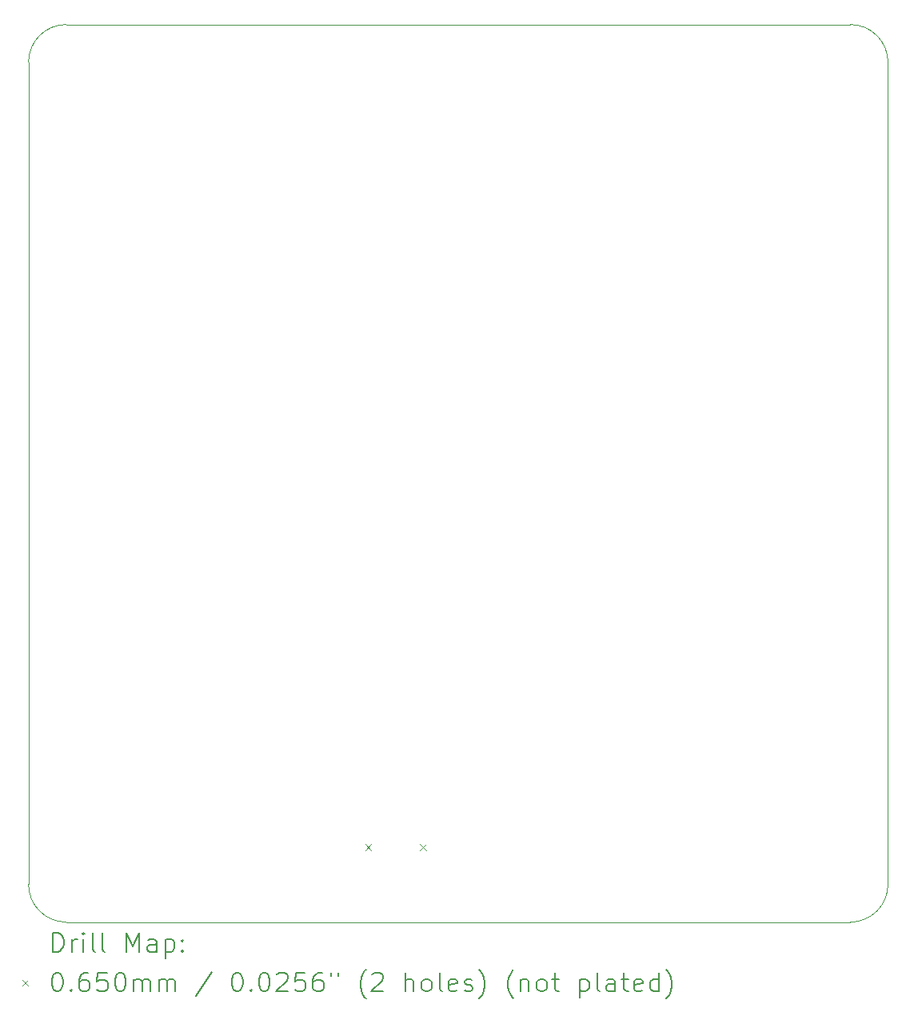
<source format=gbr>
%TF.GenerationSoftware,KiCad,Pcbnew,9.0.4-9.0.4-0~ubuntu24.04.1*%
%TF.CreationDate,2025-09-21T15:36:17+02:00*%
%TF.ProjectId,CarteMere,43617274-654d-4657-9265-2e6b69636164,rev?*%
%TF.SameCoordinates,Original*%
%TF.FileFunction,Drillmap*%
%TF.FilePolarity,Positive*%
%FSLAX45Y45*%
G04 Gerber Fmt 4.5, Leading zero omitted, Abs format (unit mm)*
G04 Created by KiCad (PCBNEW 9.0.4-9.0.4-0~ubuntu24.04.1) date 2025-09-21 15:36:17*
%MOMM*%
%LPD*%
G01*
G04 APERTURE LIST*
%ADD10C,0.050000*%
%ADD11C,0.200000*%
%ADD12C,0.100000*%
G04 APERTURE END LIST*
D10*
X18010000Y-5000000D02*
G75*
G02*
X18410000Y-5400000I0J-400000D01*
G01*
X9710000Y-14500000D02*
G75*
G02*
X9310000Y-14100000I0J400000D01*
G01*
X9710000Y-14500000D02*
X18010000Y-14500000D01*
X9310000Y-5400000D02*
G75*
G02*
X9710000Y-5000000I400000J0D01*
G01*
X18410000Y-14100000D02*
X18410000Y-5400000D01*
X18410000Y-14100000D02*
G75*
G02*
X18010000Y-14500000I-400000J0D01*
G01*
X9310000Y-5400000D02*
X9310000Y-14100000D01*
X18010000Y-5000000D02*
X9710000Y-5000000D01*
D11*
D12*
X12875500Y-13672500D02*
X12940500Y-13737500D01*
X12940500Y-13672500D02*
X12875500Y-13737500D01*
X13453500Y-13672500D02*
X13518500Y-13737500D01*
X13518500Y-13672500D02*
X13453500Y-13737500D01*
D11*
X9568277Y-14813984D02*
X9568277Y-14613984D01*
X9568277Y-14613984D02*
X9615896Y-14613984D01*
X9615896Y-14613984D02*
X9644467Y-14623508D01*
X9644467Y-14623508D02*
X9663515Y-14642555D01*
X9663515Y-14642555D02*
X9673039Y-14661603D01*
X9673039Y-14661603D02*
X9682563Y-14699698D01*
X9682563Y-14699698D02*
X9682563Y-14728269D01*
X9682563Y-14728269D02*
X9673039Y-14766365D01*
X9673039Y-14766365D02*
X9663515Y-14785412D01*
X9663515Y-14785412D02*
X9644467Y-14804460D01*
X9644467Y-14804460D02*
X9615896Y-14813984D01*
X9615896Y-14813984D02*
X9568277Y-14813984D01*
X9768277Y-14813984D02*
X9768277Y-14680650D01*
X9768277Y-14718746D02*
X9777801Y-14699698D01*
X9777801Y-14699698D02*
X9787324Y-14690174D01*
X9787324Y-14690174D02*
X9806372Y-14680650D01*
X9806372Y-14680650D02*
X9825420Y-14680650D01*
X9892086Y-14813984D02*
X9892086Y-14680650D01*
X9892086Y-14613984D02*
X9882563Y-14623508D01*
X9882563Y-14623508D02*
X9892086Y-14633031D01*
X9892086Y-14633031D02*
X9901610Y-14623508D01*
X9901610Y-14623508D02*
X9892086Y-14613984D01*
X9892086Y-14613984D02*
X9892086Y-14633031D01*
X10015896Y-14813984D02*
X9996848Y-14804460D01*
X9996848Y-14804460D02*
X9987324Y-14785412D01*
X9987324Y-14785412D02*
X9987324Y-14613984D01*
X10120658Y-14813984D02*
X10101610Y-14804460D01*
X10101610Y-14804460D02*
X10092086Y-14785412D01*
X10092086Y-14785412D02*
X10092086Y-14613984D01*
X10349229Y-14813984D02*
X10349229Y-14613984D01*
X10349229Y-14613984D02*
X10415896Y-14756841D01*
X10415896Y-14756841D02*
X10482563Y-14613984D01*
X10482563Y-14613984D02*
X10482563Y-14813984D01*
X10663515Y-14813984D02*
X10663515Y-14709222D01*
X10663515Y-14709222D02*
X10653991Y-14690174D01*
X10653991Y-14690174D02*
X10634944Y-14680650D01*
X10634944Y-14680650D02*
X10596848Y-14680650D01*
X10596848Y-14680650D02*
X10577801Y-14690174D01*
X10663515Y-14804460D02*
X10644467Y-14813984D01*
X10644467Y-14813984D02*
X10596848Y-14813984D01*
X10596848Y-14813984D02*
X10577801Y-14804460D01*
X10577801Y-14804460D02*
X10568277Y-14785412D01*
X10568277Y-14785412D02*
X10568277Y-14766365D01*
X10568277Y-14766365D02*
X10577801Y-14747317D01*
X10577801Y-14747317D02*
X10596848Y-14737793D01*
X10596848Y-14737793D02*
X10644467Y-14737793D01*
X10644467Y-14737793D02*
X10663515Y-14728269D01*
X10758753Y-14680650D02*
X10758753Y-14880650D01*
X10758753Y-14690174D02*
X10777801Y-14680650D01*
X10777801Y-14680650D02*
X10815896Y-14680650D01*
X10815896Y-14680650D02*
X10834944Y-14690174D01*
X10834944Y-14690174D02*
X10844467Y-14699698D01*
X10844467Y-14699698D02*
X10853991Y-14718746D01*
X10853991Y-14718746D02*
X10853991Y-14775888D01*
X10853991Y-14775888D02*
X10844467Y-14794936D01*
X10844467Y-14794936D02*
X10834944Y-14804460D01*
X10834944Y-14804460D02*
X10815896Y-14813984D01*
X10815896Y-14813984D02*
X10777801Y-14813984D01*
X10777801Y-14813984D02*
X10758753Y-14804460D01*
X10939705Y-14794936D02*
X10949229Y-14804460D01*
X10949229Y-14804460D02*
X10939705Y-14813984D01*
X10939705Y-14813984D02*
X10930182Y-14804460D01*
X10930182Y-14804460D02*
X10939705Y-14794936D01*
X10939705Y-14794936D02*
X10939705Y-14813984D01*
X10939705Y-14690174D02*
X10949229Y-14699698D01*
X10949229Y-14699698D02*
X10939705Y-14709222D01*
X10939705Y-14709222D02*
X10930182Y-14699698D01*
X10930182Y-14699698D02*
X10939705Y-14690174D01*
X10939705Y-14690174D02*
X10939705Y-14709222D01*
D12*
X9242500Y-15110000D02*
X9307500Y-15175000D01*
X9307500Y-15110000D02*
X9242500Y-15175000D01*
D11*
X9606372Y-15033984D02*
X9625420Y-15033984D01*
X9625420Y-15033984D02*
X9644467Y-15043508D01*
X9644467Y-15043508D02*
X9653991Y-15053031D01*
X9653991Y-15053031D02*
X9663515Y-15072079D01*
X9663515Y-15072079D02*
X9673039Y-15110174D01*
X9673039Y-15110174D02*
X9673039Y-15157793D01*
X9673039Y-15157793D02*
X9663515Y-15195888D01*
X9663515Y-15195888D02*
X9653991Y-15214936D01*
X9653991Y-15214936D02*
X9644467Y-15224460D01*
X9644467Y-15224460D02*
X9625420Y-15233984D01*
X9625420Y-15233984D02*
X9606372Y-15233984D01*
X9606372Y-15233984D02*
X9587324Y-15224460D01*
X9587324Y-15224460D02*
X9577801Y-15214936D01*
X9577801Y-15214936D02*
X9568277Y-15195888D01*
X9568277Y-15195888D02*
X9558753Y-15157793D01*
X9558753Y-15157793D02*
X9558753Y-15110174D01*
X9558753Y-15110174D02*
X9568277Y-15072079D01*
X9568277Y-15072079D02*
X9577801Y-15053031D01*
X9577801Y-15053031D02*
X9587324Y-15043508D01*
X9587324Y-15043508D02*
X9606372Y-15033984D01*
X9758753Y-15214936D02*
X9768277Y-15224460D01*
X9768277Y-15224460D02*
X9758753Y-15233984D01*
X9758753Y-15233984D02*
X9749229Y-15224460D01*
X9749229Y-15224460D02*
X9758753Y-15214936D01*
X9758753Y-15214936D02*
X9758753Y-15233984D01*
X9939705Y-15033984D02*
X9901610Y-15033984D01*
X9901610Y-15033984D02*
X9882563Y-15043508D01*
X9882563Y-15043508D02*
X9873039Y-15053031D01*
X9873039Y-15053031D02*
X9853991Y-15081603D01*
X9853991Y-15081603D02*
X9844467Y-15119698D01*
X9844467Y-15119698D02*
X9844467Y-15195888D01*
X9844467Y-15195888D02*
X9853991Y-15214936D01*
X9853991Y-15214936D02*
X9863515Y-15224460D01*
X9863515Y-15224460D02*
X9882563Y-15233984D01*
X9882563Y-15233984D02*
X9920658Y-15233984D01*
X9920658Y-15233984D02*
X9939705Y-15224460D01*
X9939705Y-15224460D02*
X9949229Y-15214936D01*
X9949229Y-15214936D02*
X9958753Y-15195888D01*
X9958753Y-15195888D02*
X9958753Y-15148269D01*
X9958753Y-15148269D02*
X9949229Y-15129222D01*
X9949229Y-15129222D02*
X9939705Y-15119698D01*
X9939705Y-15119698D02*
X9920658Y-15110174D01*
X9920658Y-15110174D02*
X9882563Y-15110174D01*
X9882563Y-15110174D02*
X9863515Y-15119698D01*
X9863515Y-15119698D02*
X9853991Y-15129222D01*
X9853991Y-15129222D02*
X9844467Y-15148269D01*
X10139705Y-15033984D02*
X10044467Y-15033984D01*
X10044467Y-15033984D02*
X10034944Y-15129222D01*
X10034944Y-15129222D02*
X10044467Y-15119698D01*
X10044467Y-15119698D02*
X10063515Y-15110174D01*
X10063515Y-15110174D02*
X10111134Y-15110174D01*
X10111134Y-15110174D02*
X10130182Y-15119698D01*
X10130182Y-15119698D02*
X10139705Y-15129222D01*
X10139705Y-15129222D02*
X10149229Y-15148269D01*
X10149229Y-15148269D02*
X10149229Y-15195888D01*
X10149229Y-15195888D02*
X10139705Y-15214936D01*
X10139705Y-15214936D02*
X10130182Y-15224460D01*
X10130182Y-15224460D02*
X10111134Y-15233984D01*
X10111134Y-15233984D02*
X10063515Y-15233984D01*
X10063515Y-15233984D02*
X10044467Y-15224460D01*
X10044467Y-15224460D02*
X10034944Y-15214936D01*
X10273039Y-15033984D02*
X10292086Y-15033984D01*
X10292086Y-15033984D02*
X10311134Y-15043508D01*
X10311134Y-15043508D02*
X10320658Y-15053031D01*
X10320658Y-15053031D02*
X10330182Y-15072079D01*
X10330182Y-15072079D02*
X10339705Y-15110174D01*
X10339705Y-15110174D02*
X10339705Y-15157793D01*
X10339705Y-15157793D02*
X10330182Y-15195888D01*
X10330182Y-15195888D02*
X10320658Y-15214936D01*
X10320658Y-15214936D02*
X10311134Y-15224460D01*
X10311134Y-15224460D02*
X10292086Y-15233984D01*
X10292086Y-15233984D02*
X10273039Y-15233984D01*
X10273039Y-15233984D02*
X10253991Y-15224460D01*
X10253991Y-15224460D02*
X10244467Y-15214936D01*
X10244467Y-15214936D02*
X10234944Y-15195888D01*
X10234944Y-15195888D02*
X10225420Y-15157793D01*
X10225420Y-15157793D02*
X10225420Y-15110174D01*
X10225420Y-15110174D02*
X10234944Y-15072079D01*
X10234944Y-15072079D02*
X10244467Y-15053031D01*
X10244467Y-15053031D02*
X10253991Y-15043508D01*
X10253991Y-15043508D02*
X10273039Y-15033984D01*
X10425420Y-15233984D02*
X10425420Y-15100650D01*
X10425420Y-15119698D02*
X10434944Y-15110174D01*
X10434944Y-15110174D02*
X10453991Y-15100650D01*
X10453991Y-15100650D02*
X10482563Y-15100650D01*
X10482563Y-15100650D02*
X10501610Y-15110174D01*
X10501610Y-15110174D02*
X10511134Y-15129222D01*
X10511134Y-15129222D02*
X10511134Y-15233984D01*
X10511134Y-15129222D02*
X10520658Y-15110174D01*
X10520658Y-15110174D02*
X10539705Y-15100650D01*
X10539705Y-15100650D02*
X10568277Y-15100650D01*
X10568277Y-15100650D02*
X10587325Y-15110174D01*
X10587325Y-15110174D02*
X10596848Y-15129222D01*
X10596848Y-15129222D02*
X10596848Y-15233984D01*
X10692086Y-15233984D02*
X10692086Y-15100650D01*
X10692086Y-15119698D02*
X10701610Y-15110174D01*
X10701610Y-15110174D02*
X10720658Y-15100650D01*
X10720658Y-15100650D02*
X10749229Y-15100650D01*
X10749229Y-15100650D02*
X10768277Y-15110174D01*
X10768277Y-15110174D02*
X10777801Y-15129222D01*
X10777801Y-15129222D02*
X10777801Y-15233984D01*
X10777801Y-15129222D02*
X10787325Y-15110174D01*
X10787325Y-15110174D02*
X10806372Y-15100650D01*
X10806372Y-15100650D02*
X10834944Y-15100650D01*
X10834944Y-15100650D02*
X10853991Y-15110174D01*
X10853991Y-15110174D02*
X10863515Y-15129222D01*
X10863515Y-15129222D02*
X10863515Y-15233984D01*
X11253991Y-15024460D02*
X11082563Y-15281603D01*
X11511134Y-15033984D02*
X11530182Y-15033984D01*
X11530182Y-15033984D02*
X11549229Y-15043508D01*
X11549229Y-15043508D02*
X11558753Y-15053031D01*
X11558753Y-15053031D02*
X11568277Y-15072079D01*
X11568277Y-15072079D02*
X11577801Y-15110174D01*
X11577801Y-15110174D02*
X11577801Y-15157793D01*
X11577801Y-15157793D02*
X11568277Y-15195888D01*
X11568277Y-15195888D02*
X11558753Y-15214936D01*
X11558753Y-15214936D02*
X11549229Y-15224460D01*
X11549229Y-15224460D02*
X11530182Y-15233984D01*
X11530182Y-15233984D02*
X11511134Y-15233984D01*
X11511134Y-15233984D02*
X11492086Y-15224460D01*
X11492086Y-15224460D02*
X11482563Y-15214936D01*
X11482563Y-15214936D02*
X11473039Y-15195888D01*
X11473039Y-15195888D02*
X11463515Y-15157793D01*
X11463515Y-15157793D02*
X11463515Y-15110174D01*
X11463515Y-15110174D02*
X11473039Y-15072079D01*
X11473039Y-15072079D02*
X11482563Y-15053031D01*
X11482563Y-15053031D02*
X11492086Y-15043508D01*
X11492086Y-15043508D02*
X11511134Y-15033984D01*
X11663515Y-15214936D02*
X11673039Y-15224460D01*
X11673039Y-15224460D02*
X11663515Y-15233984D01*
X11663515Y-15233984D02*
X11653991Y-15224460D01*
X11653991Y-15224460D02*
X11663515Y-15214936D01*
X11663515Y-15214936D02*
X11663515Y-15233984D01*
X11796848Y-15033984D02*
X11815896Y-15033984D01*
X11815896Y-15033984D02*
X11834944Y-15043508D01*
X11834944Y-15043508D02*
X11844467Y-15053031D01*
X11844467Y-15053031D02*
X11853991Y-15072079D01*
X11853991Y-15072079D02*
X11863515Y-15110174D01*
X11863515Y-15110174D02*
X11863515Y-15157793D01*
X11863515Y-15157793D02*
X11853991Y-15195888D01*
X11853991Y-15195888D02*
X11844467Y-15214936D01*
X11844467Y-15214936D02*
X11834944Y-15224460D01*
X11834944Y-15224460D02*
X11815896Y-15233984D01*
X11815896Y-15233984D02*
X11796848Y-15233984D01*
X11796848Y-15233984D02*
X11777801Y-15224460D01*
X11777801Y-15224460D02*
X11768277Y-15214936D01*
X11768277Y-15214936D02*
X11758753Y-15195888D01*
X11758753Y-15195888D02*
X11749229Y-15157793D01*
X11749229Y-15157793D02*
X11749229Y-15110174D01*
X11749229Y-15110174D02*
X11758753Y-15072079D01*
X11758753Y-15072079D02*
X11768277Y-15053031D01*
X11768277Y-15053031D02*
X11777801Y-15043508D01*
X11777801Y-15043508D02*
X11796848Y-15033984D01*
X11939706Y-15053031D02*
X11949229Y-15043508D01*
X11949229Y-15043508D02*
X11968277Y-15033984D01*
X11968277Y-15033984D02*
X12015896Y-15033984D01*
X12015896Y-15033984D02*
X12034944Y-15043508D01*
X12034944Y-15043508D02*
X12044467Y-15053031D01*
X12044467Y-15053031D02*
X12053991Y-15072079D01*
X12053991Y-15072079D02*
X12053991Y-15091127D01*
X12053991Y-15091127D02*
X12044467Y-15119698D01*
X12044467Y-15119698D02*
X11930182Y-15233984D01*
X11930182Y-15233984D02*
X12053991Y-15233984D01*
X12234944Y-15033984D02*
X12139706Y-15033984D01*
X12139706Y-15033984D02*
X12130182Y-15129222D01*
X12130182Y-15129222D02*
X12139706Y-15119698D01*
X12139706Y-15119698D02*
X12158753Y-15110174D01*
X12158753Y-15110174D02*
X12206372Y-15110174D01*
X12206372Y-15110174D02*
X12225420Y-15119698D01*
X12225420Y-15119698D02*
X12234944Y-15129222D01*
X12234944Y-15129222D02*
X12244467Y-15148269D01*
X12244467Y-15148269D02*
X12244467Y-15195888D01*
X12244467Y-15195888D02*
X12234944Y-15214936D01*
X12234944Y-15214936D02*
X12225420Y-15224460D01*
X12225420Y-15224460D02*
X12206372Y-15233984D01*
X12206372Y-15233984D02*
X12158753Y-15233984D01*
X12158753Y-15233984D02*
X12139706Y-15224460D01*
X12139706Y-15224460D02*
X12130182Y-15214936D01*
X12415896Y-15033984D02*
X12377801Y-15033984D01*
X12377801Y-15033984D02*
X12358753Y-15043508D01*
X12358753Y-15043508D02*
X12349229Y-15053031D01*
X12349229Y-15053031D02*
X12330182Y-15081603D01*
X12330182Y-15081603D02*
X12320658Y-15119698D01*
X12320658Y-15119698D02*
X12320658Y-15195888D01*
X12320658Y-15195888D02*
X12330182Y-15214936D01*
X12330182Y-15214936D02*
X12339706Y-15224460D01*
X12339706Y-15224460D02*
X12358753Y-15233984D01*
X12358753Y-15233984D02*
X12396848Y-15233984D01*
X12396848Y-15233984D02*
X12415896Y-15224460D01*
X12415896Y-15224460D02*
X12425420Y-15214936D01*
X12425420Y-15214936D02*
X12434944Y-15195888D01*
X12434944Y-15195888D02*
X12434944Y-15148269D01*
X12434944Y-15148269D02*
X12425420Y-15129222D01*
X12425420Y-15129222D02*
X12415896Y-15119698D01*
X12415896Y-15119698D02*
X12396848Y-15110174D01*
X12396848Y-15110174D02*
X12358753Y-15110174D01*
X12358753Y-15110174D02*
X12339706Y-15119698D01*
X12339706Y-15119698D02*
X12330182Y-15129222D01*
X12330182Y-15129222D02*
X12320658Y-15148269D01*
X12511134Y-15033984D02*
X12511134Y-15072079D01*
X12587325Y-15033984D02*
X12587325Y-15072079D01*
X12882563Y-15310174D02*
X12873039Y-15300650D01*
X12873039Y-15300650D02*
X12853991Y-15272079D01*
X12853991Y-15272079D02*
X12844468Y-15253031D01*
X12844468Y-15253031D02*
X12834944Y-15224460D01*
X12834944Y-15224460D02*
X12825420Y-15176841D01*
X12825420Y-15176841D02*
X12825420Y-15138746D01*
X12825420Y-15138746D02*
X12834944Y-15091127D01*
X12834944Y-15091127D02*
X12844468Y-15062555D01*
X12844468Y-15062555D02*
X12853991Y-15043508D01*
X12853991Y-15043508D02*
X12873039Y-15014936D01*
X12873039Y-15014936D02*
X12882563Y-15005412D01*
X12949229Y-15053031D02*
X12958753Y-15043508D01*
X12958753Y-15043508D02*
X12977801Y-15033984D01*
X12977801Y-15033984D02*
X13025420Y-15033984D01*
X13025420Y-15033984D02*
X13044468Y-15043508D01*
X13044468Y-15043508D02*
X13053991Y-15053031D01*
X13053991Y-15053031D02*
X13063515Y-15072079D01*
X13063515Y-15072079D02*
X13063515Y-15091127D01*
X13063515Y-15091127D02*
X13053991Y-15119698D01*
X13053991Y-15119698D02*
X12939706Y-15233984D01*
X12939706Y-15233984D02*
X13063515Y-15233984D01*
X13301610Y-15233984D02*
X13301610Y-15033984D01*
X13387325Y-15233984D02*
X13387325Y-15129222D01*
X13387325Y-15129222D02*
X13377801Y-15110174D01*
X13377801Y-15110174D02*
X13358753Y-15100650D01*
X13358753Y-15100650D02*
X13330182Y-15100650D01*
X13330182Y-15100650D02*
X13311134Y-15110174D01*
X13311134Y-15110174D02*
X13301610Y-15119698D01*
X13511134Y-15233984D02*
X13492087Y-15224460D01*
X13492087Y-15224460D02*
X13482563Y-15214936D01*
X13482563Y-15214936D02*
X13473039Y-15195888D01*
X13473039Y-15195888D02*
X13473039Y-15138746D01*
X13473039Y-15138746D02*
X13482563Y-15119698D01*
X13482563Y-15119698D02*
X13492087Y-15110174D01*
X13492087Y-15110174D02*
X13511134Y-15100650D01*
X13511134Y-15100650D02*
X13539706Y-15100650D01*
X13539706Y-15100650D02*
X13558753Y-15110174D01*
X13558753Y-15110174D02*
X13568277Y-15119698D01*
X13568277Y-15119698D02*
X13577801Y-15138746D01*
X13577801Y-15138746D02*
X13577801Y-15195888D01*
X13577801Y-15195888D02*
X13568277Y-15214936D01*
X13568277Y-15214936D02*
X13558753Y-15224460D01*
X13558753Y-15224460D02*
X13539706Y-15233984D01*
X13539706Y-15233984D02*
X13511134Y-15233984D01*
X13692087Y-15233984D02*
X13673039Y-15224460D01*
X13673039Y-15224460D02*
X13663515Y-15205412D01*
X13663515Y-15205412D02*
X13663515Y-15033984D01*
X13844468Y-15224460D02*
X13825420Y-15233984D01*
X13825420Y-15233984D02*
X13787325Y-15233984D01*
X13787325Y-15233984D02*
X13768277Y-15224460D01*
X13768277Y-15224460D02*
X13758753Y-15205412D01*
X13758753Y-15205412D02*
X13758753Y-15129222D01*
X13758753Y-15129222D02*
X13768277Y-15110174D01*
X13768277Y-15110174D02*
X13787325Y-15100650D01*
X13787325Y-15100650D02*
X13825420Y-15100650D01*
X13825420Y-15100650D02*
X13844468Y-15110174D01*
X13844468Y-15110174D02*
X13853991Y-15129222D01*
X13853991Y-15129222D02*
X13853991Y-15148269D01*
X13853991Y-15148269D02*
X13758753Y-15167317D01*
X13930182Y-15224460D02*
X13949230Y-15233984D01*
X13949230Y-15233984D02*
X13987325Y-15233984D01*
X13987325Y-15233984D02*
X14006372Y-15224460D01*
X14006372Y-15224460D02*
X14015896Y-15205412D01*
X14015896Y-15205412D02*
X14015896Y-15195888D01*
X14015896Y-15195888D02*
X14006372Y-15176841D01*
X14006372Y-15176841D02*
X13987325Y-15167317D01*
X13987325Y-15167317D02*
X13958753Y-15167317D01*
X13958753Y-15167317D02*
X13939706Y-15157793D01*
X13939706Y-15157793D02*
X13930182Y-15138746D01*
X13930182Y-15138746D02*
X13930182Y-15129222D01*
X13930182Y-15129222D02*
X13939706Y-15110174D01*
X13939706Y-15110174D02*
X13958753Y-15100650D01*
X13958753Y-15100650D02*
X13987325Y-15100650D01*
X13987325Y-15100650D02*
X14006372Y-15110174D01*
X14082563Y-15310174D02*
X14092087Y-15300650D01*
X14092087Y-15300650D02*
X14111134Y-15272079D01*
X14111134Y-15272079D02*
X14120658Y-15253031D01*
X14120658Y-15253031D02*
X14130182Y-15224460D01*
X14130182Y-15224460D02*
X14139706Y-15176841D01*
X14139706Y-15176841D02*
X14139706Y-15138746D01*
X14139706Y-15138746D02*
X14130182Y-15091127D01*
X14130182Y-15091127D02*
X14120658Y-15062555D01*
X14120658Y-15062555D02*
X14111134Y-15043508D01*
X14111134Y-15043508D02*
X14092087Y-15014936D01*
X14092087Y-15014936D02*
X14082563Y-15005412D01*
X14444468Y-15310174D02*
X14434944Y-15300650D01*
X14434944Y-15300650D02*
X14415896Y-15272079D01*
X14415896Y-15272079D02*
X14406372Y-15253031D01*
X14406372Y-15253031D02*
X14396849Y-15224460D01*
X14396849Y-15224460D02*
X14387325Y-15176841D01*
X14387325Y-15176841D02*
X14387325Y-15138746D01*
X14387325Y-15138746D02*
X14396849Y-15091127D01*
X14396849Y-15091127D02*
X14406372Y-15062555D01*
X14406372Y-15062555D02*
X14415896Y-15043508D01*
X14415896Y-15043508D02*
X14434944Y-15014936D01*
X14434944Y-15014936D02*
X14444468Y-15005412D01*
X14520658Y-15100650D02*
X14520658Y-15233984D01*
X14520658Y-15119698D02*
X14530182Y-15110174D01*
X14530182Y-15110174D02*
X14549230Y-15100650D01*
X14549230Y-15100650D02*
X14577801Y-15100650D01*
X14577801Y-15100650D02*
X14596849Y-15110174D01*
X14596849Y-15110174D02*
X14606372Y-15129222D01*
X14606372Y-15129222D02*
X14606372Y-15233984D01*
X14730182Y-15233984D02*
X14711134Y-15224460D01*
X14711134Y-15224460D02*
X14701611Y-15214936D01*
X14701611Y-15214936D02*
X14692087Y-15195888D01*
X14692087Y-15195888D02*
X14692087Y-15138746D01*
X14692087Y-15138746D02*
X14701611Y-15119698D01*
X14701611Y-15119698D02*
X14711134Y-15110174D01*
X14711134Y-15110174D02*
X14730182Y-15100650D01*
X14730182Y-15100650D02*
X14758753Y-15100650D01*
X14758753Y-15100650D02*
X14777801Y-15110174D01*
X14777801Y-15110174D02*
X14787325Y-15119698D01*
X14787325Y-15119698D02*
X14796849Y-15138746D01*
X14796849Y-15138746D02*
X14796849Y-15195888D01*
X14796849Y-15195888D02*
X14787325Y-15214936D01*
X14787325Y-15214936D02*
X14777801Y-15224460D01*
X14777801Y-15224460D02*
X14758753Y-15233984D01*
X14758753Y-15233984D02*
X14730182Y-15233984D01*
X14853992Y-15100650D02*
X14930182Y-15100650D01*
X14882563Y-15033984D02*
X14882563Y-15205412D01*
X14882563Y-15205412D02*
X14892087Y-15224460D01*
X14892087Y-15224460D02*
X14911134Y-15233984D01*
X14911134Y-15233984D02*
X14930182Y-15233984D01*
X15149230Y-15100650D02*
X15149230Y-15300650D01*
X15149230Y-15110174D02*
X15168277Y-15100650D01*
X15168277Y-15100650D02*
X15206373Y-15100650D01*
X15206373Y-15100650D02*
X15225420Y-15110174D01*
X15225420Y-15110174D02*
X15234944Y-15119698D01*
X15234944Y-15119698D02*
X15244468Y-15138746D01*
X15244468Y-15138746D02*
X15244468Y-15195888D01*
X15244468Y-15195888D02*
X15234944Y-15214936D01*
X15234944Y-15214936D02*
X15225420Y-15224460D01*
X15225420Y-15224460D02*
X15206373Y-15233984D01*
X15206373Y-15233984D02*
X15168277Y-15233984D01*
X15168277Y-15233984D02*
X15149230Y-15224460D01*
X15358753Y-15233984D02*
X15339706Y-15224460D01*
X15339706Y-15224460D02*
X15330182Y-15205412D01*
X15330182Y-15205412D02*
X15330182Y-15033984D01*
X15520658Y-15233984D02*
X15520658Y-15129222D01*
X15520658Y-15129222D02*
X15511134Y-15110174D01*
X15511134Y-15110174D02*
X15492087Y-15100650D01*
X15492087Y-15100650D02*
X15453992Y-15100650D01*
X15453992Y-15100650D02*
X15434944Y-15110174D01*
X15520658Y-15224460D02*
X15501611Y-15233984D01*
X15501611Y-15233984D02*
X15453992Y-15233984D01*
X15453992Y-15233984D02*
X15434944Y-15224460D01*
X15434944Y-15224460D02*
X15425420Y-15205412D01*
X15425420Y-15205412D02*
X15425420Y-15186365D01*
X15425420Y-15186365D02*
X15434944Y-15167317D01*
X15434944Y-15167317D02*
X15453992Y-15157793D01*
X15453992Y-15157793D02*
X15501611Y-15157793D01*
X15501611Y-15157793D02*
X15520658Y-15148269D01*
X15587325Y-15100650D02*
X15663515Y-15100650D01*
X15615896Y-15033984D02*
X15615896Y-15205412D01*
X15615896Y-15205412D02*
X15625420Y-15224460D01*
X15625420Y-15224460D02*
X15644468Y-15233984D01*
X15644468Y-15233984D02*
X15663515Y-15233984D01*
X15806373Y-15224460D02*
X15787325Y-15233984D01*
X15787325Y-15233984D02*
X15749230Y-15233984D01*
X15749230Y-15233984D02*
X15730182Y-15224460D01*
X15730182Y-15224460D02*
X15720658Y-15205412D01*
X15720658Y-15205412D02*
X15720658Y-15129222D01*
X15720658Y-15129222D02*
X15730182Y-15110174D01*
X15730182Y-15110174D02*
X15749230Y-15100650D01*
X15749230Y-15100650D02*
X15787325Y-15100650D01*
X15787325Y-15100650D02*
X15806373Y-15110174D01*
X15806373Y-15110174D02*
X15815896Y-15129222D01*
X15815896Y-15129222D02*
X15815896Y-15148269D01*
X15815896Y-15148269D02*
X15720658Y-15167317D01*
X15987325Y-15233984D02*
X15987325Y-15033984D01*
X15987325Y-15224460D02*
X15968277Y-15233984D01*
X15968277Y-15233984D02*
X15930182Y-15233984D01*
X15930182Y-15233984D02*
X15911134Y-15224460D01*
X15911134Y-15224460D02*
X15901611Y-15214936D01*
X15901611Y-15214936D02*
X15892087Y-15195888D01*
X15892087Y-15195888D02*
X15892087Y-15138746D01*
X15892087Y-15138746D02*
X15901611Y-15119698D01*
X15901611Y-15119698D02*
X15911134Y-15110174D01*
X15911134Y-15110174D02*
X15930182Y-15100650D01*
X15930182Y-15100650D02*
X15968277Y-15100650D01*
X15968277Y-15100650D02*
X15987325Y-15110174D01*
X16063515Y-15310174D02*
X16073039Y-15300650D01*
X16073039Y-15300650D02*
X16092087Y-15272079D01*
X16092087Y-15272079D02*
X16101611Y-15253031D01*
X16101611Y-15253031D02*
X16111134Y-15224460D01*
X16111134Y-15224460D02*
X16120658Y-15176841D01*
X16120658Y-15176841D02*
X16120658Y-15138746D01*
X16120658Y-15138746D02*
X16111134Y-15091127D01*
X16111134Y-15091127D02*
X16101611Y-15062555D01*
X16101611Y-15062555D02*
X16092087Y-15043508D01*
X16092087Y-15043508D02*
X16073039Y-15014936D01*
X16073039Y-15014936D02*
X16063515Y-15005412D01*
M02*

</source>
